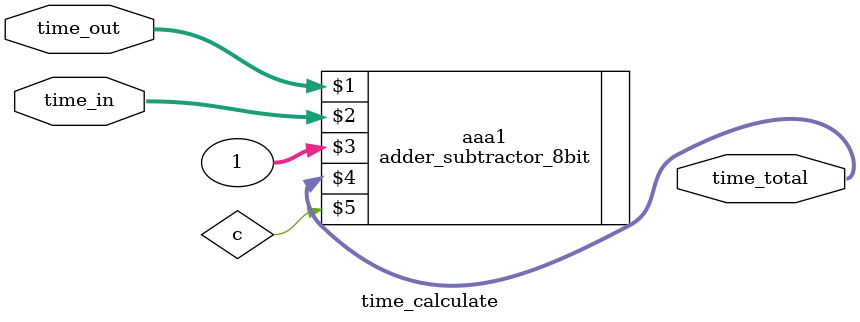
<source format=v>
/*--  *******************************************************
--  Computer Architecture Course, Laboratory Sources 
--  Amirkabir University of Technology (Tehran Polytechnic)
--  Department of Computer Engineering (CE-AUT)
--  https://ce[dot]aut[dot]ac[dot]ir
--  *******************************************************
--  All Rights reserved (C) 2021-2022
--  *******************************************************
--  Student ID  : 9931089
--  Student Name: Fatemeh Abdi n. 
--  Student Mail: fatemehabdina@gmail.com
--  *******************************************************
--  Additional Comments:
--
--*/

/*-----------------------------------------------------------
---  Module Name: time_calculate
-----------------------------------------------------------*/
`timescale 1 ns/1 ns
module time_calculate(
 time_out,
 time_in,
 time_total);
input [7:0] time_out;
input [7:0] time_in;
output [7:0] time_total;
 
wire c;
adder_subtractor_8bit aaa1 (time_out , time_in , 1 , time_total,c);
 
endmodule






</source>
